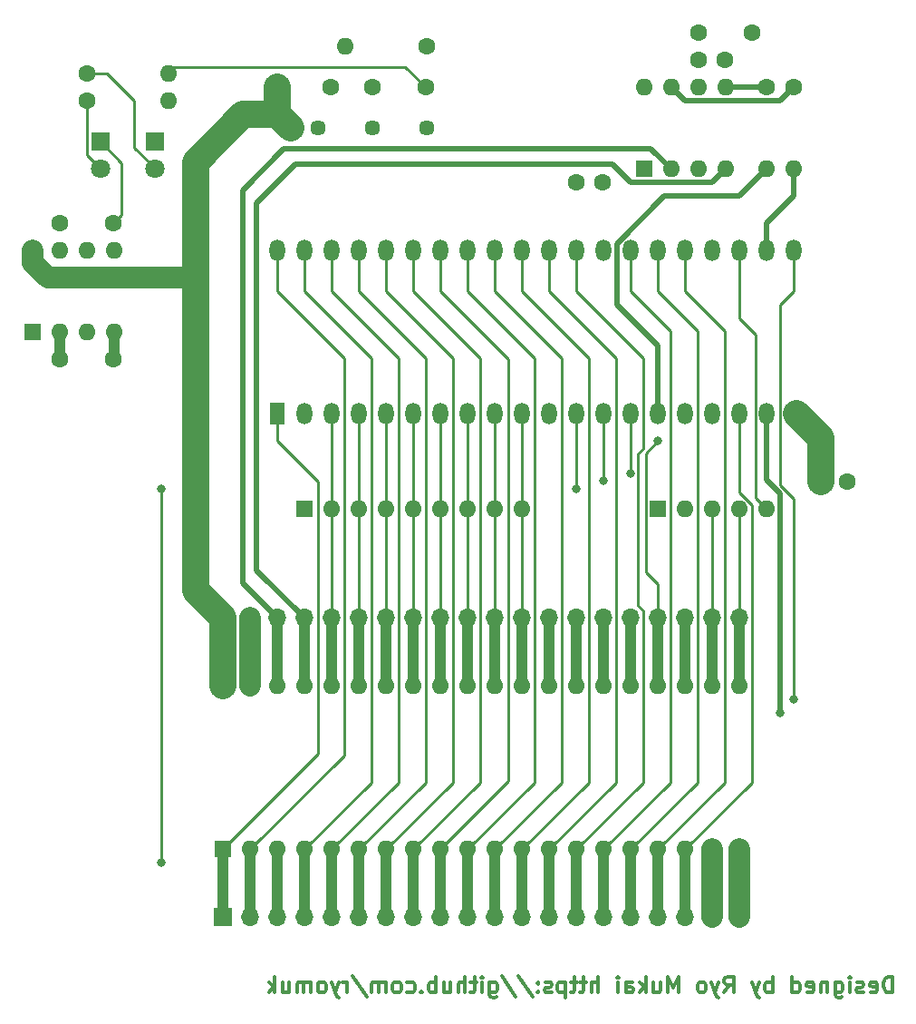
<source format=gbr>
%TF.GenerationSoftware,KiCad,Pcbnew,8.0.4*%
%TF.CreationDate,2024-08-29T15:53:48+09:00*%
%TF.ProjectId,TangNano8080MEM,54616e67-4e61-46e6-9f38-3038304d454d,rev?*%
%TF.SameCoordinates,Original*%
%TF.FileFunction,Copper,L2,Bot*%
%TF.FilePolarity,Positive*%
%FSLAX46Y46*%
G04 Gerber Fmt 4.6, Leading zero omitted, Abs format (unit mm)*
G04 Created by KiCad (PCBNEW 8.0.4) date 2024-08-29 15:53:48*
%MOMM*%
%LPD*%
G01*
G04 APERTURE LIST*
%ADD10C,0.300000*%
%TA.AperFunction,NonConductor*%
%ADD11C,0.300000*%
%TD*%
%TA.AperFunction,ComponentPad*%
%ADD12C,1.600000*%
%TD*%
%TA.AperFunction,ComponentPad*%
%ADD13O,1.600000X1.600000*%
%TD*%
%TA.AperFunction,ComponentPad*%
%ADD14R,1.800000X1.800000*%
%TD*%
%TA.AperFunction,ComponentPad*%
%ADD15C,1.800000*%
%TD*%
%TA.AperFunction,ComponentPad*%
%ADD16R,1.600000X1.600000*%
%TD*%
%TA.AperFunction,ComponentPad*%
%ADD17R,1.700000X1.700000*%
%TD*%
%TA.AperFunction,ComponentPad*%
%ADD18O,1.700000X1.700000*%
%TD*%
%TA.AperFunction,ComponentPad*%
%ADD19R,1.440000X2.000000*%
%TD*%
%TA.AperFunction,ComponentPad*%
%ADD20O,1.440000X2.000000*%
%TD*%
%TA.AperFunction,ComponentPad*%
%ADD21R,1.450000X1.450000*%
%TD*%
%TA.AperFunction,ComponentPad*%
%ADD22C,1.450000*%
%TD*%
%TA.AperFunction,ViaPad*%
%ADD23C,0.800000*%
%TD*%
%TA.AperFunction,Conductor*%
%ADD24C,0.500000*%
%TD*%
%TA.AperFunction,Conductor*%
%ADD25C,0.250000*%
%TD*%
%TA.AperFunction,Conductor*%
%ADD26C,1.000000*%
%TD*%
%TA.AperFunction,Conductor*%
%ADD27C,2.000000*%
%TD*%
%TA.AperFunction,Conductor*%
%ADD28C,2.500000*%
%TD*%
G04 APERTURE END LIST*
D10*
D11*
X87978801Y-94658328D02*
X87978801Y-93158328D01*
X87978801Y-93158328D02*
X87621658Y-93158328D01*
X87621658Y-93158328D02*
X87407372Y-93229757D01*
X87407372Y-93229757D02*
X87264515Y-93372614D01*
X87264515Y-93372614D02*
X87193086Y-93515471D01*
X87193086Y-93515471D02*
X87121658Y-93801185D01*
X87121658Y-93801185D02*
X87121658Y-94015471D01*
X87121658Y-94015471D02*
X87193086Y-94301185D01*
X87193086Y-94301185D02*
X87264515Y-94444042D01*
X87264515Y-94444042D02*
X87407372Y-94586900D01*
X87407372Y-94586900D02*
X87621658Y-94658328D01*
X87621658Y-94658328D02*
X87978801Y-94658328D01*
X85907372Y-94586900D02*
X86050229Y-94658328D01*
X86050229Y-94658328D02*
X86335944Y-94658328D01*
X86335944Y-94658328D02*
X86478801Y-94586900D01*
X86478801Y-94586900D02*
X86550229Y-94444042D01*
X86550229Y-94444042D02*
X86550229Y-93872614D01*
X86550229Y-93872614D02*
X86478801Y-93729757D01*
X86478801Y-93729757D02*
X86335944Y-93658328D01*
X86335944Y-93658328D02*
X86050229Y-93658328D01*
X86050229Y-93658328D02*
X85907372Y-93729757D01*
X85907372Y-93729757D02*
X85835944Y-93872614D01*
X85835944Y-93872614D02*
X85835944Y-94015471D01*
X85835944Y-94015471D02*
X86550229Y-94158328D01*
X85264515Y-94586900D02*
X85121658Y-94658328D01*
X85121658Y-94658328D02*
X84835944Y-94658328D01*
X84835944Y-94658328D02*
X84693087Y-94586900D01*
X84693087Y-94586900D02*
X84621658Y-94444042D01*
X84621658Y-94444042D02*
X84621658Y-94372614D01*
X84621658Y-94372614D02*
X84693087Y-94229757D01*
X84693087Y-94229757D02*
X84835944Y-94158328D01*
X84835944Y-94158328D02*
X85050230Y-94158328D01*
X85050230Y-94158328D02*
X85193087Y-94086900D01*
X85193087Y-94086900D02*
X85264515Y-93944042D01*
X85264515Y-93944042D02*
X85264515Y-93872614D01*
X85264515Y-93872614D02*
X85193087Y-93729757D01*
X85193087Y-93729757D02*
X85050230Y-93658328D01*
X85050230Y-93658328D02*
X84835944Y-93658328D01*
X84835944Y-93658328D02*
X84693087Y-93729757D01*
X83978801Y-94658328D02*
X83978801Y-93658328D01*
X83978801Y-93158328D02*
X84050229Y-93229757D01*
X84050229Y-93229757D02*
X83978801Y-93301185D01*
X83978801Y-93301185D02*
X83907372Y-93229757D01*
X83907372Y-93229757D02*
X83978801Y-93158328D01*
X83978801Y-93158328D02*
X83978801Y-93301185D01*
X82621658Y-93658328D02*
X82621658Y-94872614D01*
X82621658Y-94872614D02*
X82693086Y-95015471D01*
X82693086Y-95015471D02*
X82764515Y-95086900D01*
X82764515Y-95086900D02*
X82907372Y-95158328D01*
X82907372Y-95158328D02*
X83121658Y-95158328D01*
X83121658Y-95158328D02*
X83264515Y-95086900D01*
X82621658Y-94586900D02*
X82764515Y-94658328D01*
X82764515Y-94658328D02*
X83050229Y-94658328D01*
X83050229Y-94658328D02*
X83193086Y-94586900D01*
X83193086Y-94586900D02*
X83264515Y-94515471D01*
X83264515Y-94515471D02*
X83335943Y-94372614D01*
X83335943Y-94372614D02*
X83335943Y-93944042D01*
X83335943Y-93944042D02*
X83264515Y-93801185D01*
X83264515Y-93801185D02*
X83193086Y-93729757D01*
X83193086Y-93729757D02*
X83050229Y-93658328D01*
X83050229Y-93658328D02*
X82764515Y-93658328D01*
X82764515Y-93658328D02*
X82621658Y-93729757D01*
X81907372Y-93658328D02*
X81907372Y-94658328D01*
X81907372Y-93801185D02*
X81835943Y-93729757D01*
X81835943Y-93729757D02*
X81693086Y-93658328D01*
X81693086Y-93658328D02*
X81478800Y-93658328D01*
X81478800Y-93658328D02*
X81335943Y-93729757D01*
X81335943Y-93729757D02*
X81264515Y-93872614D01*
X81264515Y-93872614D02*
X81264515Y-94658328D01*
X79978800Y-94586900D02*
X80121657Y-94658328D01*
X80121657Y-94658328D02*
X80407372Y-94658328D01*
X80407372Y-94658328D02*
X80550229Y-94586900D01*
X80550229Y-94586900D02*
X80621657Y-94444042D01*
X80621657Y-94444042D02*
X80621657Y-93872614D01*
X80621657Y-93872614D02*
X80550229Y-93729757D01*
X80550229Y-93729757D02*
X80407372Y-93658328D01*
X80407372Y-93658328D02*
X80121657Y-93658328D01*
X80121657Y-93658328D02*
X79978800Y-93729757D01*
X79978800Y-93729757D02*
X79907372Y-93872614D01*
X79907372Y-93872614D02*
X79907372Y-94015471D01*
X79907372Y-94015471D02*
X80621657Y-94158328D01*
X78621658Y-94658328D02*
X78621658Y-93158328D01*
X78621658Y-94586900D02*
X78764515Y-94658328D01*
X78764515Y-94658328D02*
X79050229Y-94658328D01*
X79050229Y-94658328D02*
X79193086Y-94586900D01*
X79193086Y-94586900D02*
X79264515Y-94515471D01*
X79264515Y-94515471D02*
X79335943Y-94372614D01*
X79335943Y-94372614D02*
X79335943Y-93944042D01*
X79335943Y-93944042D02*
X79264515Y-93801185D01*
X79264515Y-93801185D02*
X79193086Y-93729757D01*
X79193086Y-93729757D02*
X79050229Y-93658328D01*
X79050229Y-93658328D02*
X78764515Y-93658328D01*
X78764515Y-93658328D02*
X78621658Y-93729757D01*
X76764515Y-94658328D02*
X76764515Y-93158328D01*
X76764515Y-93729757D02*
X76621658Y-93658328D01*
X76621658Y-93658328D02*
X76335943Y-93658328D01*
X76335943Y-93658328D02*
X76193086Y-93729757D01*
X76193086Y-93729757D02*
X76121658Y-93801185D01*
X76121658Y-93801185D02*
X76050229Y-93944042D01*
X76050229Y-93944042D02*
X76050229Y-94372614D01*
X76050229Y-94372614D02*
X76121658Y-94515471D01*
X76121658Y-94515471D02*
X76193086Y-94586900D01*
X76193086Y-94586900D02*
X76335943Y-94658328D01*
X76335943Y-94658328D02*
X76621658Y-94658328D01*
X76621658Y-94658328D02*
X76764515Y-94586900D01*
X75550229Y-93658328D02*
X75193086Y-94658328D01*
X74835943Y-93658328D02*
X75193086Y-94658328D01*
X75193086Y-94658328D02*
X75335943Y-95015471D01*
X75335943Y-95015471D02*
X75407372Y-95086900D01*
X75407372Y-95086900D02*
X75550229Y-95158328D01*
X72264515Y-94658328D02*
X72764515Y-93944042D01*
X73121658Y-94658328D02*
X73121658Y-93158328D01*
X73121658Y-93158328D02*
X72550229Y-93158328D01*
X72550229Y-93158328D02*
X72407372Y-93229757D01*
X72407372Y-93229757D02*
X72335943Y-93301185D01*
X72335943Y-93301185D02*
X72264515Y-93444042D01*
X72264515Y-93444042D02*
X72264515Y-93658328D01*
X72264515Y-93658328D02*
X72335943Y-93801185D01*
X72335943Y-93801185D02*
X72407372Y-93872614D01*
X72407372Y-93872614D02*
X72550229Y-93944042D01*
X72550229Y-93944042D02*
X73121658Y-93944042D01*
X71764515Y-93658328D02*
X71407372Y-94658328D01*
X71050229Y-93658328D02*
X71407372Y-94658328D01*
X71407372Y-94658328D02*
X71550229Y-95015471D01*
X71550229Y-95015471D02*
X71621658Y-95086900D01*
X71621658Y-95086900D02*
X71764515Y-95158328D01*
X70264515Y-94658328D02*
X70407372Y-94586900D01*
X70407372Y-94586900D02*
X70478801Y-94515471D01*
X70478801Y-94515471D02*
X70550229Y-94372614D01*
X70550229Y-94372614D02*
X70550229Y-93944042D01*
X70550229Y-93944042D02*
X70478801Y-93801185D01*
X70478801Y-93801185D02*
X70407372Y-93729757D01*
X70407372Y-93729757D02*
X70264515Y-93658328D01*
X70264515Y-93658328D02*
X70050229Y-93658328D01*
X70050229Y-93658328D02*
X69907372Y-93729757D01*
X69907372Y-93729757D02*
X69835944Y-93801185D01*
X69835944Y-93801185D02*
X69764515Y-93944042D01*
X69764515Y-93944042D02*
X69764515Y-94372614D01*
X69764515Y-94372614D02*
X69835944Y-94515471D01*
X69835944Y-94515471D02*
X69907372Y-94586900D01*
X69907372Y-94586900D02*
X70050229Y-94658328D01*
X70050229Y-94658328D02*
X70264515Y-94658328D01*
X67978801Y-94658328D02*
X67978801Y-93158328D01*
X67978801Y-93158328D02*
X67478801Y-94229757D01*
X67478801Y-94229757D02*
X66978801Y-93158328D01*
X66978801Y-93158328D02*
X66978801Y-94658328D01*
X65621658Y-93658328D02*
X65621658Y-94658328D01*
X66264515Y-93658328D02*
X66264515Y-94444042D01*
X66264515Y-94444042D02*
X66193086Y-94586900D01*
X66193086Y-94586900D02*
X66050229Y-94658328D01*
X66050229Y-94658328D02*
X65835943Y-94658328D01*
X65835943Y-94658328D02*
X65693086Y-94586900D01*
X65693086Y-94586900D02*
X65621658Y-94515471D01*
X64907372Y-94658328D02*
X64907372Y-93158328D01*
X64764515Y-94086900D02*
X64335943Y-94658328D01*
X64335943Y-93658328D02*
X64907372Y-94229757D01*
X63050229Y-94658328D02*
X63050229Y-93872614D01*
X63050229Y-93872614D02*
X63121657Y-93729757D01*
X63121657Y-93729757D02*
X63264514Y-93658328D01*
X63264514Y-93658328D02*
X63550229Y-93658328D01*
X63550229Y-93658328D02*
X63693086Y-93729757D01*
X63050229Y-94586900D02*
X63193086Y-94658328D01*
X63193086Y-94658328D02*
X63550229Y-94658328D01*
X63550229Y-94658328D02*
X63693086Y-94586900D01*
X63693086Y-94586900D02*
X63764514Y-94444042D01*
X63764514Y-94444042D02*
X63764514Y-94301185D01*
X63764514Y-94301185D02*
X63693086Y-94158328D01*
X63693086Y-94158328D02*
X63550229Y-94086900D01*
X63550229Y-94086900D02*
X63193086Y-94086900D01*
X63193086Y-94086900D02*
X63050229Y-94015471D01*
X62335943Y-94658328D02*
X62335943Y-93658328D01*
X62335943Y-93158328D02*
X62407371Y-93229757D01*
X62407371Y-93229757D02*
X62335943Y-93301185D01*
X62335943Y-93301185D02*
X62264514Y-93229757D01*
X62264514Y-93229757D02*
X62335943Y-93158328D01*
X62335943Y-93158328D02*
X62335943Y-93301185D01*
X60478800Y-94658328D02*
X60478800Y-93158328D01*
X59835943Y-94658328D02*
X59835943Y-93872614D01*
X59835943Y-93872614D02*
X59907371Y-93729757D01*
X59907371Y-93729757D02*
X60050228Y-93658328D01*
X60050228Y-93658328D02*
X60264514Y-93658328D01*
X60264514Y-93658328D02*
X60407371Y-93729757D01*
X60407371Y-93729757D02*
X60478800Y-93801185D01*
X59335942Y-93658328D02*
X58764514Y-93658328D01*
X59121657Y-93158328D02*
X59121657Y-94444042D01*
X59121657Y-94444042D02*
X59050228Y-94586900D01*
X59050228Y-94586900D02*
X58907371Y-94658328D01*
X58907371Y-94658328D02*
X58764514Y-94658328D01*
X58478799Y-93658328D02*
X57907371Y-93658328D01*
X58264514Y-93158328D02*
X58264514Y-94444042D01*
X58264514Y-94444042D02*
X58193085Y-94586900D01*
X58193085Y-94586900D02*
X58050228Y-94658328D01*
X58050228Y-94658328D02*
X57907371Y-94658328D01*
X57407371Y-93658328D02*
X57407371Y-95158328D01*
X57407371Y-93729757D02*
X57264514Y-93658328D01*
X57264514Y-93658328D02*
X56978799Y-93658328D01*
X56978799Y-93658328D02*
X56835942Y-93729757D01*
X56835942Y-93729757D02*
X56764514Y-93801185D01*
X56764514Y-93801185D02*
X56693085Y-93944042D01*
X56693085Y-93944042D02*
X56693085Y-94372614D01*
X56693085Y-94372614D02*
X56764514Y-94515471D01*
X56764514Y-94515471D02*
X56835942Y-94586900D01*
X56835942Y-94586900D02*
X56978799Y-94658328D01*
X56978799Y-94658328D02*
X57264514Y-94658328D01*
X57264514Y-94658328D02*
X57407371Y-94586900D01*
X56121656Y-94586900D02*
X55978799Y-94658328D01*
X55978799Y-94658328D02*
X55693085Y-94658328D01*
X55693085Y-94658328D02*
X55550228Y-94586900D01*
X55550228Y-94586900D02*
X55478799Y-94444042D01*
X55478799Y-94444042D02*
X55478799Y-94372614D01*
X55478799Y-94372614D02*
X55550228Y-94229757D01*
X55550228Y-94229757D02*
X55693085Y-94158328D01*
X55693085Y-94158328D02*
X55907371Y-94158328D01*
X55907371Y-94158328D02*
X56050228Y-94086900D01*
X56050228Y-94086900D02*
X56121656Y-93944042D01*
X56121656Y-93944042D02*
X56121656Y-93872614D01*
X56121656Y-93872614D02*
X56050228Y-93729757D01*
X56050228Y-93729757D02*
X55907371Y-93658328D01*
X55907371Y-93658328D02*
X55693085Y-93658328D01*
X55693085Y-93658328D02*
X55550228Y-93729757D01*
X54835942Y-94515471D02*
X54764513Y-94586900D01*
X54764513Y-94586900D02*
X54835942Y-94658328D01*
X54835942Y-94658328D02*
X54907370Y-94586900D01*
X54907370Y-94586900D02*
X54835942Y-94515471D01*
X54835942Y-94515471D02*
X54835942Y-94658328D01*
X54835942Y-93729757D02*
X54764513Y-93801185D01*
X54764513Y-93801185D02*
X54835942Y-93872614D01*
X54835942Y-93872614D02*
X54907370Y-93801185D01*
X54907370Y-93801185D02*
X54835942Y-93729757D01*
X54835942Y-93729757D02*
X54835942Y-93872614D01*
X53050227Y-93086900D02*
X54335941Y-95015471D01*
X51478798Y-93086900D02*
X52764512Y-95015471D01*
X50335941Y-93658328D02*
X50335941Y-94872614D01*
X50335941Y-94872614D02*
X50407369Y-95015471D01*
X50407369Y-95015471D02*
X50478798Y-95086900D01*
X50478798Y-95086900D02*
X50621655Y-95158328D01*
X50621655Y-95158328D02*
X50835941Y-95158328D01*
X50835941Y-95158328D02*
X50978798Y-95086900D01*
X50335941Y-94586900D02*
X50478798Y-94658328D01*
X50478798Y-94658328D02*
X50764512Y-94658328D01*
X50764512Y-94658328D02*
X50907369Y-94586900D01*
X50907369Y-94586900D02*
X50978798Y-94515471D01*
X50978798Y-94515471D02*
X51050226Y-94372614D01*
X51050226Y-94372614D02*
X51050226Y-93944042D01*
X51050226Y-93944042D02*
X50978798Y-93801185D01*
X50978798Y-93801185D02*
X50907369Y-93729757D01*
X50907369Y-93729757D02*
X50764512Y-93658328D01*
X50764512Y-93658328D02*
X50478798Y-93658328D01*
X50478798Y-93658328D02*
X50335941Y-93729757D01*
X49621655Y-94658328D02*
X49621655Y-93658328D01*
X49621655Y-93158328D02*
X49693083Y-93229757D01*
X49693083Y-93229757D02*
X49621655Y-93301185D01*
X49621655Y-93301185D02*
X49550226Y-93229757D01*
X49550226Y-93229757D02*
X49621655Y-93158328D01*
X49621655Y-93158328D02*
X49621655Y-93301185D01*
X49121654Y-93658328D02*
X48550226Y-93658328D01*
X48907369Y-93158328D02*
X48907369Y-94444042D01*
X48907369Y-94444042D02*
X48835940Y-94586900D01*
X48835940Y-94586900D02*
X48693083Y-94658328D01*
X48693083Y-94658328D02*
X48550226Y-94658328D01*
X48050226Y-94658328D02*
X48050226Y-93158328D01*
X47407369Y-94658328D02*
X47407369Y-93872614D01*
X47407369Y-93872614D02*
X47478797Y-93729757D01*
X47478797Y-93729757D02*
X47621654Y-93658328D01*
X47621654Y-93658328D02*
X47835940Y-93658328D01*
X47835940Y-93658328D02*
X47978797Y-93729757D01*
X47978797Y-93729757D02*
X48050226Y-93801185D01*
X46050226Y-93658328D02*
X46050226Y-94658328D01*
X46693083Y-93658328D02*
X46693083Y-94444042D01*
X46693083Y-94444042D02*
X46621654Y-94586900D01*
X46621654Y-94586900D02*
X46478797Y-94658328D01*
X46478797Y-94658328D02*
X46264511Y-94658328D01*
X46264511Y-94658328D02*
X46121654Y-94586900D01*
X46121654Y-94586900D02*
X46050226Y-94515471D01*
X45335940Y-94658328D02*
X45335940Y-93158328D01*
X45335940Y-93729757D02*
X45193083Y-93658328D01*
X45193083Y-93658328D02*
X44907368Y-93658328D01*
X44907368Y-93658328D02*
X44764511Y-93729757D01*
X44764511Y-93729757D02*
X44693083Y-93801185D01*
X44693083Y-93801185D02*
X44621654Y-93944042D01*
X44621654Y-93944042D02*
X44621654Y-94372614D01*
X44621654Y-94372614D02*
X44693083Y-94515471D01*
X44693083Y-94515471D02*
X44764511Y-94586900D01*
X44764511Y-94586900D02*
X44907368Y-94658328D01*
X44907368Y-94658328D02*
X45193083Y-94658328D01*
X45193083Y-94658328D02*
X45335940Y-94586900D01*
X43978797Y-94515471D02*
X43907368Y-94586900D01*
X43907368Y-94586900D02*
X43978797Y-94658328D01*
X43978797Y-94658328D02*
X44050225Y-94586900D01*
X44050225Y-94586900D02*
X43978797Y-94515471D01*
X43978797Y-94515471D02*
X43978797Y-94658328D01*
X42621654Y-94586900D02*
X42764511Y-94658328D01*
X42764511Y-94658328D02*
X43050225Y-94658328D01*
X43050225Y-94658328D02*
X43193082Y-94586900D01*
X43193082Y-94586900D02*
X43264511Y-94515471D01*
X43264511Y-94515471D02*
X43335939Y-94372614D01*
X43335939Y-94372614D02*
X43335939Y-93944042D01*
X43335939Y-93944042D02*
X43264511Y-93801185D01*
X43264511Y-93801185D02*
X43193082Y-93729757D01*
X43193082Y-93729757D02*
X43050225Y-93658328D01*
X43050225Y-93658328D02*
X42764511Y-93658328D01*
X42764511Y-93658328D02*
X42621654Y-93729757D01*
X41764511Y-94658328D02*
X41907368Y-94586900D01*
X41907368Y-94586900D02*
X41978797Y-94515471D01*
X41978797Y-94515471D02*
X42050225Y-94372614D01*
X42050225Y-94372614D02*
X42050225Y-93944042D01*
X42050225Y-93944042D02*
X41978797Y-93801185D01*
X41978797Y-93801185D02*
X41907368Y-93729757D01*
X41907368Y-93729757D02*
X41764511Y-93658328D01*
X41764511Y-93658328D02*
X41550225Y-93658328D01*
X41550225Y-93658328D02*
X41407368Y-93729757D01*
X41407368Y-93729757D02*
X41335940Y-93801185D01*
X41335940Y-93801185D02*
X41264511Y-93944042D01*
X41264511Y-93944042D02*
X41264511Y-94372614D01*
X41264511Y-94372614D02*
X41335940Y-94515471D01*
X41335940Y-94515471D02*
X41407368Y-94586900D01*
X41407368Y-94586900D02*
X41550225Y-94658328D01*
X41550225Y-94658328D02*
X41764511Y-94658328D01*
X40621654Y-94658328D02*
X40621654Y-93658328D01*
X40621654Y-93801185D02*
X40550225Y-93729757D01*
X40550225Y-93729757D02*
X40407368Y-93658328D01*
X40407368Y-93658328D02*
X40193082Y-93658328D01*
X40193082Y-93658328D02*
X40050225Y-93729757D01*
X40050225Y-93729757D02*
X39978797Y-93872614D01*
X39978797Y-93872614D02*
X39978797Y-94658328D01*
X39978797Y-93872614D02*
X39907368Y-93729757D01*
X39907368Y-93729757D02*
X39764511Y-93658328D01*
X39764511Y-93658328D02*
X39550225Y-93658328D01*
X39550225Y-93658328D02*
X39407368Y-93729757D01*
X39407368Y-93729757D02*
X39335939Y-93872614D01*
X39335939Y-93872614D02*
X39335939Y-94658328D01*
X37550225Y-93086900D02*
X38835939Y-95015471D01*
X37050225Y-94658328D02*
X37050225Y-93658328D01*
X37050225Y-93944042D02*
X36978796Y-93801185D01*
X36978796Y-93801185D02*
X36907368Y-93729757D01*
X36907368Y-93729757D02*
X36764510Y-93658328D01*
X36764510Y-93658328D02*
X36621653Y-93658328D01*
X36264511Y-93658328D02*
X35907368Y-94658328D01*
X35550225Y-93658328D02*
X35907368Y-94658328D01*
X35907368Y-94658328D02*
X36050225Y-95015471D01*
X36050225Y-95015471D02*
X36121654Y-95086900D01*
X36121654Y-95086900D02*
X36264511Y-95158328D01*
X34764511Y-94658328D02*
X34907368Y-94586900D01*
X34907368Y-94586900D02*
X34978797Y-94515471D01*
X34978797Y-94515471D02*
X35050225Y-94372614D01*
X35050225Y-94372614D02*
X35050225Y-93944042D01*
X35050225Y-93944042D02*
X34978797Y-93801185D01*
X34978797Y-93801185D02*
X34907368Y-93729757D01*
X34907368Y-93729757D02*
X34764511Y-93658328D01*
X34764511Y-93658328D02*
X34550225Y-93658328D01*
X34550225Y-93658328D02*
X34407368Y-93729757D01*
X34407368Y-93729757D02*
X34335940Y-93801185D01*
X34335940Y-93801185D02*
X34264511Y-93944042D01*
X34264511Y-93944042D02*
X34264511Y-94372614D01*
X34264511Y-94372614D02*
X34335940Y-94515471D01*
X34335940Y-94515471D02*
X34407368Y-94586900D01*
X34407368Y-94586900D02*
X34550225Y-94658328D01*
X34550225Y-94658328D02*
X34764511Y-94658328D01*
X33621654Y-94658328D02*
X33621654Y-93658328D01*
X33621654Y-93801185D02*
X33550225Y-93729757D01*
X33550225Y-93729757D02*
X33407368Y-93658328D01*
X33407368Y-93658328D02*
X33193082Y-93658328D01*
X33193082Y-93658328D02*
X33050225Y-93729757D01*
X33050225Y-93729757D02*
X32978797Y-93872614D01*
X32978797Y-93872614D02*
X32978797Y-94658328D01*
X32978797Y-93872614D02*
X32907368Y-93729757D01*
X32907368Y-93729757D02*
X32764511Y-93658328D01*
X32764511Y-93658328D02*
X32550225Y-93658328D01*
X32550225Y-93658328D02*
X32407368Y-93729757D01*
X32407368Y-93729757D02*
X32335939Y-93872614D01*
X32335939Y-93872614D02*
X32335939Y-94658328D01*
X30978797Y-93658328D02*
X30978797Y-94658328D01*
X31621654Y-93658328D02*
X31621654Y-94444042D01*
X31621654Y-94444042D02*
X31550225Y-94586900D01*
X31550225Y-94586900D02*
X31407368Y-94658328D01*
X31407368Y-94658328D02*
X31193082Y-94658328D01*
X31193082Y-94658328D02*
X31050225Y-94586900D01*
X31050225Y-94586900D02*
X30978797Y-94515471D01*
X30264511Y-94658328D02*
X30264511Y-93158328D01*
X30121654Y-94086900D02*
X29693082Y-94658328D01*
X29693082Y-93658328D02*
X30264511Y-94229757D01*
D12*
%TO.P,R3,1*%
%TO.N,Net-(D2-A)*%
X12700000Y-11430000D03*
D13*
%TO.P,R3,2*%
%TO.N,GND*%
X20320000Y-11430000D03*
%TD*%
D14*
%TO.P,D2,1,K*%
%TO.N,-5V*%
X13970000Y-15240000D03*
D15*
%TO.P,D2,2,A*%
%TO.N,Net-(D2-A)*%
X13970000Y-17780000D03*
%TD*%
D12*
%TO.P,C5,1*%
%TO.N,+12V*%
X69850000Y-7620000D03*
%TO.P,C5,2*%
%TO.N,GND*%
X72350000Y-7620000D03*
%TD*%
%TO.P,C8,1*%
%TO.N,+12V*%
X60920000Y-19050000D03*
%TO.P,C8,2*%
%TO.N,GND*%
X58420000Y-19050000D03*
%TD*%
%TO.P,C6,1*%
%TO.N,+12V*%
X69850000Y-5080000D03*
%TO.P,C6,2*%
%TO.N,GND*%
X74850000Y-5080000D03*
%TD*%
D13*
%TO.P,R4,2*%
%TO.N,Net-(U2-\u03D51)*%
X78740000Y-17780000D03*
D12*
%TO.P,R4,1*%
%TO.N,Net-(U1-OUTA)*%
X78740000Y-10160000D03*
%TD*%
%TO.P,R2,1*%
%TO.N,Net-(D1-A)*%
X12700000Y-8890000D03*
D13*
%TO.P,R2,2*%
%TO.N,+12V*%
X20320000Y-8890000D03*
%TD*%
D16*
%TO.P,PS2,1,NC*%
%TO.N,unconnected-(PS2-NC-Pad1)*%
X7620000Y-33020000D03*
D13*
%TO.P,PS2,2,CAP+*%
%TO.N,Net-(PS2-CAP+)*%
X10160000Y-33020000D03*
%TO.P,PS2,3,GND*%
%TO.N,GND*%
X12700000Y-33020000D03*
%TO.P,PS2,4,CAP-*%
%TO.N,Net-(PS2-CAP-)*%
X15240000Y-33020000D03*
%TO.P,PS2,5,VOUT*%
%TO.N,-5V*%
X15240000Y-25400000D03*
%TO.P,PS2,6,LV*%
%TO.N,unconnected-(PS2-LV-Pad6)*%
X12700000Y-25400000D03*
%TO.P,PS2,7,OSC*%
%TO.N,unconnected-(PS2-OSC-Pad7)*%
X10160000Y-25400000D03*
%TO.P,PS2,8,V+*%
%TO.N,+5V*%
X7620000Y-25400000D03*
%TD*%
D12*
%TO.P,C2,1*%
%TO.N,+12V*%
X44370000Y-10160000D03*
%TO.P,C2,2*%
%TO.N,GND*%
X39370000Y-10160000D03*
%TD*%
D17*
%TO.P,J2,1,Pin_1*%
%TO.N,A10*%
X25400000Y-87630000D03*
D18*
%TO.P,J2,2,Pin_2*%
%TO.N,A11*%
X27940000Y-87630000D03*
%TO.P,J2,3,Pin_3*%
%TO.N,RESET*%
X30480000Y-87630000D03*
%TO.P,J2,4,Pin_4*%
%TO.N,A14*%
X33020000Y-87630000D03*
%TO.P,J2,5,Pin_5*%
%TO.N,A13*%
X35560000Y-87630000D03*
%TO.P,J2,6,Pin_6*%
%TO.N,A12*%
X38100000Y-87630000D03*
%TO.P,J2,7,Pin_7*%
%TO.N,A15*%
X40640000Y-87630000D03*
%TO.P,J2,8,Pin_8*%
%TO.N,A9*%
X43180000Y-87630000D03*
%TO.P,J2,9,Pin_9*%
%TO.N,A8*%
X45720000Y-87630000D03*
%TO.P,J2,10,Pin_10*%
%TO.N,A7*%
X48260000Y-87630000D03*
%TO.P,J2,11,Pin_11*%
%TO.N,A6*%
X50800000Y-87630000D03*
%TO.P,J2,12,Pin_12*%
%TO.N,A5*%
X53340000Y-87630000D03*
%TO.P,J2,13,Pin_13*%
%TO.N,A4*%
X55880000Y-87630000D03*
%TO.P,J2,14,Pin_14*%
%TO.N,A3*%
X58420000Y-87630000D03*
%TO.P,J2,15,Pin_15*%
%TO.N,A2*%
X60960000Y-87630000D03*
%TO.P,J2,16,Pin_16*%
%TO.N,A1*%
X63500000Y-87630000D03*
%TO.P,J2,17,Pin_17*%
%TO.N,A0*%
X66040000Y-87630000D03*
%TO.P,J2,18,Pin_18*%
%TO.N,WR_n*%
X68580000Y-87630000D03*
%TO.P,J2,19,Pin_19*%
%TO.N,3V3a*%
X71120000Y-87630000D03*
%TO.P,J2,20,Pin_20*%
%TO.N,GND*%
X73660000Y-87630000D03*
%TD*%
D16*
%TO.P,U1,1,NC*%
%TO.N,unconnected-(U1-NC-Pad1)*%
X64770000Y-17780000D03*
D13*
%TO.P,U1,2,INA*%
%TO.N,CLK1*%
X67310000Y-17780000D03*
%TO.P,U1,3,GND*%
%TO.N,GND*%
X69850000Y-17780000D03*
%TO.P,U1,4,INB*%
%TO.N,CLK2*%
X72390000Y-17780000D03*
%TO.P,U1,5,OUTB*%
%TO.N,Net-(U1-OUTB)*%
X72390000Y-10160000D03*
%TO.P,U1,6,Vs*%
%TO.N,+12V*%
X69850000Y-10160000D03*
%TO.P,U1,7,OUTA*%
%TO.N,Net-(U1-OUTA)*%
X67310000Y-10160000D03*
%TO.P,U1,8,NC*%
%TO.N,unconnected-(U1-NC-Pad8)*%
X64770000Y-10160000D03*
%TD*%
D19*
%TO.P,U2,1,A10*%
%TO.N,A10*%
X30480000Y-40640000D03*
D20*
%TO.P,U2,2,GND*%
%TO.N,GND*%
X33020000Y-40640000D03*
%TO.P,U2,3,D4*%
%TO.N,D4*%
X35560000Y-40640000D03*
%TO.P,U2,4,D5*%
%TO.N,D5*%
X38100000Y-40640000D03*
%TO.P,U2,5,D6*%
%TO.N,D6*%
X40640000Y-40640000D03*
%TO.P,U2,6,D7*%
%TO.N,D7*%
X43180000Y-40640000D03*
%TO.P,U2,7,D3*%
%TO.N,D3*%
X45720000Y-40640000D03*
%TO.P,U2,8,D2*%
%TO.N,D2*%
X48260000Y-40640000D03*
%TO.P,U2,9,D1*%
%TO.N,D1*%
X50800000Y-40640000D03*
%TO.P,U2,10,D0*%
%TO.N,D0*%
X53340000Y-40640000D03*
%TO.P,U2,11,-5V*%
%TO.N,-5V*%
X55880000Y-40640000D03*
%TO.P,U2,12,RESET*%
%TO.N,RESET*%
X58420000Y-40640000D03*
%TO.P,U2,13,HOLD*%
%TO.N,HOLD*%
X60960000Y-40640000D03*
%TO.P,U2,14,INT*%
%TO.N,INT*%
X63500000Y-40640000D03*
%TO.P,U2,15,\u03D52*%
%TO.N,Net-(U2-\u03D52)*%
X66040000Y-40640000D03*
%TO.P,U2,16,INTE*%
%TO.N,unconnected-(U2-INTE-Pad16)*%
X68580000Y-40640000D03*
%TO.P,U2,17,DBIN*%
%TO.N,DBIN*%
X71120000Y-40640000D03*
%TO.P,U2,18,~{WR}*%
%TO.N,WR_n*%
X73660000Y-40640000D03*
%TO.P,U2,19,SYNC*%
%TO.N,SYNC*%
X76200000Y-40640000D03*
%TO.P,U2,20,+5V*%
%TO.N,+5V*%
X78740000Y-40640000D03*
%TO.P,U2,21,HLDA*%
%TO.N,HLDA*%
X78740000Y-25400000D03*
%TO.P,U2,22,\u03D51*%
%TO.N,Net-(U2-\u03D51)*%
X76200000Y-25400000D03*
%TO.P,U2,23,READY*%
%TO.N,READY*%
X73660000Y-25400000D03*
%TO.P,U2,24,WAIT*%
%TO.N,unconnected-(U2-WAIT-Pad24)*%
X71120000Y-25400000D03*
%TO.P,U2,25,A0*%
%TO.N,A0*%
X68580000Y-25400000D03*
%TO.P,U2,26,A1*%
%TO.N,A1*%
X66040000Y-25400000D03*
%TO.P,U2,27,A2*%
%TO.N,A2*%
X63500000Y-25400000D03*
%TO.P,U2,28,+12V*%
%TO.N,+12V*%
X60960000Y-25400000D03*
%TO.P,U2,29,A3*%
%TO.N,A3*%
X58420000Y-25400000D03*
%TO.P,U2,30,A4*%
%TO.N,A4*%
X55880000Y-25400000D03*
%TO.P,U2,31,A5*%
%TO.N,A5*%
X53340000Y-25400000D03*
%TO.P,U2,32,A6*%
%TO.N,A6*%
X50800000Y-25400000D03*
%TO.P,U2,33,A7*%
%TO.N,A7*%
X48260000Y-25400000D03*
%TO.P,U2,34,A8*%
%TO.N,A8*%
X45720000Y-25400000D03*
%TO.P,U2,35,A9*%
%TO.N,A9*%
X43180000Y-25400000D03*
%TO.P,U2,36,A15*%
%TO.N,A15*%
X40640000Y-25400000D03*
%TO.P,U2,37,A12*%
%TO.N,A12*%
X38100000Y-25400000D03*
%TO.P,U2,38,A13*%
%TO.N,A13*%
X35560000Y-25400000D03*
%TO.P,U2,39,A14*%
%TO.N,A14*%
X33020000Y-25400000D03*
%TO.P,U2,40,A11*%
%TO.N,A11*%
X30480000Y-25400000D03*
%TD*%
D16*
%TO.P,J1,1,Pin_1*%
%TO.N,A10*%
X25400000Y-81280000D03*
D13*
%TO.P,J1,2,Pin_2*%
%TO.N,A11*%
X27940000Y-81280000D03*
%TO.P,J1,3,Pin_3*%
%TO.N,RESET*%
X30480000Y-81280000D03*
%TO.P,J1,4,Pin_4*%
%TO.N,A14*%
X33020000Y-81280000D03*
%TO.P,J1,5,Pin_5*%
%TO.N,A13*%
X35560000Y-81280000D03*
%TO.P,J1,6,Pin_6*%
%TO.N,A12*%
X38100000Y-81280000D03*
%TO.P,J1,7,Pin_7*%
%TO.N,A15*%
X40640000Y-81280000D03*
%TO.P,J1,8,Pin_8*%
%TO.N,A9*%
X43180000Y-81280000D03*
%TO.P,J1,9,Pin_9*%
%TO.N,A8*%
X45720000Y-81280000D03*
%TO.P,J1,10,Pin_10*%
%TO.N,A7*%
X48260000Y-81280000D03*
%TO.P,J1,11,Pin_11*%
%TO.N,A6*%
X50800000Y-81280000D03*
%TO.P,J1,12,Pin_12*%
%TO.N,A5*%
X53340000Y-81280000D03*
%TO.P,J1,13,Pin_13*%
%TO.N,A4*%
X55880000Y-81280000D03*
%TO.P,J1,14,Pin_14*%
%TO.N,A3*%
X58420000Y-81280000D03*
%TO.P,J1,15,Pin_15*%
%TO.N,A2*%
X60960000Y-81280000D03*
%TO.P,J1,16,Pin_16*%
%TO.N,A1*%
X63500000Y-81280000D03*
%TO.P,J1,17,Pin_17*%
%TO.N,A0*%
X66040000Y-81280000D03*
%TO.P,J1,18,Pin_18*%
%TO.N,WR_n*%
X68580000Y-81280000D03*
%TO.P,J1,19,Pin_19*%
%TO.N,3V3a*%
X71120000Y-81280000D03*
%TO.P,J1,20,Pin_20*%
%TO.N,GND*%
X73660000Y-81280000D03*
%TO.P,J1,21,Pin_21*%
%TO.N,INT*%
X73660000Y-66040000D03*
%TO.P,J1,22,Pin_22*%
%TO.N,HOLD*%
X71120000Y-66040000D03*
%TO.P,J1,23,Pin_23*%
%TO.N,HLDA*%
X68580000Y-66040000D03*
%TO.P,J1,24,Pin_24*%
%TO.N,DBIN*%
X66040000Y-66040000D03*
%TO.P,J1,25,Pin_25*%
%TO.N,3V3b*%
X63500000Y-66040000D03*
%TO.P,J1,26,Pin_26*%
%TO.N,GND*%
X60960000Y-66040000D03*
%TO.P,J1,27,Pin_27*%
%TO.N,LED_RGB*%
X58420000Y-66040000D03*
%TO.P,J1,28,Pin_28*%
%TO.N,SYNC*%
X55880000Y-66040000D03*
%TO.P,J1,29,Pin_29*%
%TO.N,D0*%
X53340000Y-66040000D03*
%TO.P,J1,30,Pin_30*%
%TO.N,D1*%
X50800000Y-66040000D03*
%TO.P,J1,31,Pin_31*%
%TO.N,D2*%
X48260000Y-66040000D03*
%TO.P,J1,32,Pin_32*%
%TO.N,D3*%
X45720000Y-66040000D03*
%TO.P,J1,33,Pin_33*%
%TO.N,D7*%
X43180000Y-66040000D03*
%TO.P,J1,34,Pin_34*%
%TO.N,D6*%
X40640000Y-66040000D03*
%TO.P,J1,35,Pin_35*%
%TO.N,D5*%
X38100000Y-66040000D03*
%TO.P,J1,36,Pin_36*%
%TO.N,D4*%
X35560000Y-66040000D03*
%TO.P,J1,37,Pin_37*%
%TO.N,CLK2*%
X33020000Y-66040000D03*
%TO.P,J1,38,Pin_38*%
%TO.N,CLK1*%
X30480000Y-66040000D03*
%TO.P,J1,39,Pin_39*%
%TO.N,GND*%
X27940000Y-66040000D03*
%TO.P,J1,40,Pin_40*%
%TO.N,+5V*%
X25400000Y-66040000D03*
%TD*%
D14*
%TO.P,D1,1,K*%
%TO.N,GND*%
X19050000Y-15240000D03*
D15*
%TO.P,D1,2,A*%
%TO.N,Net-(D1-A)*%
X19050000Y-17780000D03*
%TD*%
D16*
%TO.P,RN2,1,common*%
%TO.N,+5V*%
X66040000Y-49530000D03*
D13*
%TO.P,RN2,2,R1*%
%TO.N,RESET*%
X68580000Y-49530000D03*
%TO.P,RN2,3,R2*%
%TO.N,HOLD*%
X71120000Y-49530000D03*
%TO.P,RN2,4,R3*%
%TO.N,INT*%
X73660000Y-49530000D03*
%TO.P,RN2,5,R4*%
%TO.N,READY*%
X76200000Y-49530000D03*
%TD*%
D16*
%TO.P,RN1,1,common*%
%TO.N,+5V*%
X33020000Y-49530000D03*
D13*
%TO.P,RN1,2,R1*%
%TO.N,D4*%
X35560000Y-49530000D03*
%TO.P,RN1,3,R2*%
%TO.N,D5*%
X38100000Y-49530000D03*
%TO.P,RN1,4,R3*%
%TO.N,D6*%
X40640000Y-49530000D03*
%TO.P,RN1,5,R4*%
%TO.N,D7*%
X43180000Y-49530000D03*
%TO.P,RN1,6,R5*%
%TO.N,D3*%
X45720000Y-49530000D03*
%TO.P,RN1,7,R6*%
%TO.N,D2*%
X48260000Y-49530000D03*
%TO.P,RN1,8,R7*%
%TO.N,D1*%
X50800000Y-49530000D03*
%TO.P,RN1,9,R8*%
%TO.N,D0*%
X53340000Y-49530000D03*
%TD*%
D12*
%TO.P,R5,1*%
%TO.N,Net-(U1-OUTB)*%
X76200000Y-10160000D03*
D13*
%TO.P,R5,2*%
%TO.N,Net-(U2-\u03D52)*%
X76200000Y-17780000D03*
%TD*%
D12*
%TO.P,C3,1*%
%TO.N,Net-(PS2-CAP+)*%
X10160000Y-35560000D03*
%TO.P,C3,2*%
%TO.N,Net-(PS2-CAP-)*%
X15160000Y-35560000D03*
%TD*%
%TO.P,C1,1*%
%TO.N,+5V*%
X30480000Y-10160000D03*
%TO.P,C1,2*%
%TO.N,GND*%
X35480000Y-10160000D03*
%TD*%
D21*
%TO.P,PS1,1,+VIN*%
%TO.N,+5V*%
X31750000Y-13970000D03*
D22*
%TO.P,PS1,2,-VIN*%
%TO.N,GND*%
X34290000Y-13970000D03*
%TO.P,PS1,4,-VOUT*%
X39370000Y-13970000D03*
%TO.P,PS1,6,+VOUT*%
%TO.N,+12V*%
X44450000Y-13970000D03*
%TD*%
D12*
%TO.P,C7,1*%
%TO.N,+5V*%
X81280000Y-46990000D03*
%TO.P,C7,2*%
%TO.N,GND*%
X83780000Y-46990000D03*
%TD*%
D17*
%TO.P,J3,1,Pin_1*%
%TO.N,+5V*%
X25400000Y-59690000D03*
D18*
%TO.P,J3,2,Pin_2*%
%TO.N,GND*%
X27940000Y-59690000D03*
%TO.P,J3,3,Pin_3*%
%TO.N,CLK1*%
X30480000Y-59690000D03*
%TO.P,J3,4,Pin_4*%
%TO.N,CLK2*%
X33020000Y-59690000D03*
%TO.P,J3,5,Pin_5*%
%TO.N,D4*%
X35560000Y-59690000D03*
%TO.P,J3,6,Pin_6*%
%TO.N,D5*%
X38100000Y-59690000D03*
%TO.P,J3,7,Pin_7*%
%TO.N,D6*%
X40640000Y-59690000D03*
%TO.P,J3,8,Pin_8*%
%TO.N,D7*%
X43180000Y-59690000D03*
%TO.P,J3,9,Pin_9*%
%TO.N,D3*%
X45720000Y-59690000D03*
%TO.P,J3,10,Pin_10*%
%TO.N,D2*%
X48260000Y-59690000D03*
%TO.P,J3,11,Pin_11*%
%TO.N,D1*%
X50800000Y-59690000D03*
%TO.P,J3,12,Pin_12*%
%TO.N,D0*%
X53340000Y-59690000D03*
%TO.P,J3,13,Pin_13*%
%TO.N,SYNC*%
X55880000Y-59690000D03*
%TO.P,J3,14,Pin_14*%
%TO.N,LED_RGB*%
X58420000Y-59690000D03*
%TO.P,J3,15,Pin_15*%
%TO.N,GND*%
X60960000Y-59690000D03*
%TO.P,J3,16,Pin_16*%
%TO.N,3V3b*%
X63500000Y-59690000D03*
%TO.P,J3,17,Pin_17*%
%TO.N,DBIN*%
X66040000Y-59690000D03*
%TO.P,J3,18,Pin_18*%
%TO.N,HLDA*%
X68580000Y-59690000D03*
%TO.P,J3,19,Pin_19*%
%TO.N,HOLD*%
X71120000Y-59690000D03*
%TO.P,J3,20,Pin_20*%
%TO.N,INT*%
X73660000Y-59690000D03*
%TD*%
D12*
%TO.P,C4,1*%
%TO.N,-5V*%
X15160000Y-22860000D03*
%TO.P,C4,2*%
%TO.N,GND*%
X10160000Y-22860000D03*
%TD*%
%TO.P,R1,1*%
%TO.N,+12V*%
X44450000Y-6350000D03*
D13*
%TO.P,R1,2*%
%TO.N,GND*%
X36830000Y-6350000D03*
%TD*%
D23*
%TO.N,INT*%
X63500000Y-46175000D03*
%TO.N,RESET*%
X19685000Y-82550000D03*
X58420000Y-47625000D03*
X19685000Y-47625000D03*
%TO.N,SYNC*%
X77470000Y-68580000D03*
%TO.N,HLDA*%
X78740000Y-67310000D03*
%TO.N,HOLD*%
X60960000Y-46900000D03*
%TO.N,DBIN*%
X66040000Y-43180000D03*
%TD*%
D24*
%TO.N,Net-(U1-OUTA)*%
X68560000Y-11410000D02*
X67310000Y-10160000D01*
X77490000Y-11410000D02*
X68560000Y-11410000D01*
X78740000Y-10160000D02*
X77490000Y-11410000D01*
%TO.N,Net-(U1-OUTB)*%
X76200000Y-10160000D02*
X72390000Y-10160000D01*
%TO.N,Net-(U2-\u03D52)*%
X66645370Y-20320000D02*
X73660000Y-20320000D01*
X62230000Y-24735370D02*
X66645370Y-20320000D01*
X73660000Y-20320000D02*
X76200000Y-17780000D01*
X62230000Y-30480000D02*
X62230000Y-24735370D01*
X66040000Y-34290000D02*
X62230000Y-30480000D01*
X66040000Y-40640000D02*
X66040000Y-34290000D01*
%TO.N,Net-(U2-\u03D51)*%
X76200000Y-22860000D02*
X76200000Y-25400000D01*
X78740000Y-20320000D02*
X76200000Y-22860000D01*
X78740000Y-17780000D02*
X78740000Y-20320000D01*
%TO.N,CLK2*%
X32180000Y-17350000D02*
X28575000Y-20955000D01*
X28575000Y-20955000D02*
X28575000Y-55245000D01*
X32180000Y-17350000D02*
X61840000Y-17350000D01*
X28575000Y-55245000D02*
X33020000Y-59690000D01*
X61840000Y-17350000D02*
X63520000Y-19030000D01*
D25*
%TO.N,+12V*%
X42465000Y-8255000D02*
X44370000Y-10160000D01*
X20955000Y-8255000D02*
X42465000Y-8255000D01*
X20320000Y-8890000D02*
X20955000Y-8255000D01*
%TO.N,Net-(D1-A)*%
X17145000Y-11430000D02*
X14605000Y-8890000D01*
X17145000Y-15785000D02*
X17145000Y-11430000D01*
X14605000Y-8890000D02*
X12700000Y-8890000D01*
X19050000Y-17690000D02*
X17145000Y-15785000D01*
%TO.N,Net-(D2-A)*%
X13970000Y-17780000D02*
X12700000Y-16510000D01*
X12700000Y-16510000D02*
X12700000Y-11430000D01*
%TO.N,-5V*%
X15959999Y-17229999D02*
X13970000Y-15240000D01*
X15160000Y-22860000D02*
X15959999Y-22060001D01*
X15959999Y-22060001D02*
X15959999Y-17229999D01*
D26*
%TO.N,GND*%
X60960000Y-66040000D02*
X60960000Y-59690000D01*
D27*
X27940000Y-66040000D02*
X27940000Y-59690000D01*
X73660000Y-87630000D02*
X73660000Y-81280000D01*
D28*
%TO.N,+5V*%
X31750000Y-13970000D02*
X30480000Y-12700000D01*
X30480000Y-12700000D02*
X30480000Y-10160000D01*
X22860000Y-27940000D02*
X22860000Y-57150000D01*
X81280000Y-42875000D02*
X79045000Y-40640000D01*
D27*
X7620000Y-25400000D02*
X7620000Y-26531370D01*
D28*
X30480000Y-12700000D02*
X27298019Y-12700000D01*
D27*
X9028630Y-27940000D02*
X22860000Y-27940000D01*
X7620000Y-26531370D02*
X9028630Y-27940000D01*
D28*
X81280000Y-46990000D02*
X81280000Y-42875000D01*
X25400000Y-66040000D02*
X25400000Y-59690000D01*
X22860000Y-57150000D02*
X25400000Y-59690000D01*
X27298019Y-12700000D02*
X22860000Y-17138019D01*
X22860000Y-17138019D02*
X22860000Y-27940000D01*
D26*
%TO.N,Net-(PS2-CAP+)*%
X10160000Y-35560000D02*
X10160000Y-33020000D01*
%TO.N,Net-(PS2-CAP-)*%
X15240000Y-33020000D02*
X15240000Y-35480000D01*
%TO.N,A11*%
X27940000Y-87630000D02*
X27940000Y-81280000D01*
D25*
X27940000Y-81280000D02*
X36735000Y-72485000D01*
X30480000Y-29210000D02*
X30480000Y-25400000D01*
X36735000Y-72485000D02*
X36735000Y-35465000D01*
X36735000Y-35465000D02*
X30480000Y-29210000D01*
D26*
%TO.N,D4*%
X35560000Y-66040000D02*
X35560000Y-59690000D01*
D25*
X35560000Y-49530000D02*
X35560000Y-40640000D01*
X35560000Y-59690000D02*
X35560000Y-49530000D01*
%TO.N,A1*%
X66040000Y-29210000D02*
X66040000Y-25400000D01*
X63500000Y-81280000D02*
X69755000Y-75025000D01*
D26*
X63500000Y-87630000D02*
X63500000Y-81280000D01*
D25*
X69755000Y-75025000D02*
X69755000Y-32925000D01*
X69755000Y-32925000D02*
X66040000Y-29210000D01*
D26*
%TO.N,D2*%
X48260000Y-66040000D02*
X48260000Y-59690000D01*
D25*
X48260000Y-59690000D02*
X48260000Y-49530000D01*
X48260000Y-49530000D02*
X48260000Y-40640000D01*
D26*
%TO.N,INT*%
X73660000Y-66040000D02*
X73660000Y-59690000D01*
D25*
X73660000Y-49530000D02*
X73660000Y-59690000D01*
X63500000Y-46175000D02*
X63500000Y-40640000D01*
D27*
%TO.N,3V3a*%
X71120000Y-87630000D02*
X71120000Y-81280000D01*
D25*
%TO.N,A0*%
X66040000Y-81280000D02*
X72295000Y-75025000D01*
X72295000Y-75025000D02*
X72295000Y-32925000D01*
X72295000Y-32925000D02*
X68580000Y-29210000D01*
X68580000Y-29210000D02*
X68580000Y-25400000D01*
D26*
X66040000Y-87630000D02*
X66040000Y-81280000D01*
D25*
%TO.N,D7*%
X43180000Y-49530000D02*
X43180000Y-40640000D01*
X43180000Y-59690000D02*
X43180000Y-49530000D01*
D26*
X43180000Y-66040000D02*
X43180000Y-59690000D01*
D25*
%TO.N,A12*%
X44355000Y-75025000D02*
X44355000Y-35465000D01*
D26*
X38100000Y-87630000D02*
X38100000Y-81280000D01*
D25*
X38100000Y-81280000D02*
X44355000Y-75025000D01*
X44355000Y-35465000D02*
X38100000Y-29210000D01*
X38100000Y-29210000D02*
X38100000Y-25400000D01*
%TO.N,A2*%
X63500000Y-29210000D02*
X63500000Y-25400000D01*
X67215000Y-75025000D02*
X67215000Y-32925000D01*
X67215000Y-32925000D02*
X63500000Y-29210000D01*
X60960000Y-81280000D02*
X67215000Y-75025000D01*
D26*
X60960000Y-87630000D02*
X60960000Y-81280000D01*
%TO.N,3V3b*%
X63500000Y-66040000D02*
X63500000Y-59690000D01*
D25*
%TO.N,A15*%
X46895000Y-35465000D02*
X40640000Y-29210000D01*
X40640000Y-81280000D02*
X46895000Y-75025000D01*
X46895000Y-75025000D02*
X46895000Y-35465000D01*
D26*
X40640000Y-87630000D02*
X40640000Y-81280000D01*
D25*
X40640000Y-29210000D02*
X40640000Y-25400000D01*
D26*
%TO.N,LED_RGB*%
X58420000Y-66040000D02*
X58420000Y-59690000D01*
%TO.N,RESET*%
X30480000Y-87630000D02*
X30480000Y-81280000D01*
D25*
X19685000Y-47625000D02*
X19685000Y-82550000D01*
X58420000Y-47625000D02*
X58420000Y-40640000D01*
D24*
%TO.N,SYNC*%
X77450000Y-67330000D02*
X77450000Y-48075000D01*
X77470000Y-68580000D02*
X77470000Y-67350000D01*
X77450000Y-48075000D02*
X76200000Y-46825000D01*
X76200000Y-46825000D02*
X76200000Y-40640000D01*
X77470000Y-67350000D02*
X77450000Y-67330000D01*
D26*
X55880000Y-66040000D02*
X55880000Y-59690000D01*
D25*
%TO.N,A5*%
X59595000Y-35465000D02*
X53340000Y-29210000D01*
X53340000Y-81280000D02*
X59595000Y-75025000D01*
X53340000Y-29210000D02*
X53340000Y-25400000D01*
D26*
X53340000Y-87630000D02*
X53340000Y-81280000D01*
D25*
X59595000Y-75025000D02*
X59595000Y-35465000D01*
D26*
%TO.N,WR_n*%
X68580000Y-87630000D02*
X68580000Y-81280000D01*
D25*
X73660000Y-40640000D02*
X73660000Y-47939009D01*
X74835000Y-75025000D02*
X68580000Y-81280000D01*
X74835000Y-49114009D02*
X74835000Y-75025000D01*
X73660000Y-47939009D02*
X74835000Y-49114009D01*
%TO.N,A3*%
X58420000Y-29210000D02*
X58420000Y-25400000D01*
X64675000Y-35465000D02*
X58420000Y-29210000D01*
X64675000Y-43908604D02*
X64225000Y-44358604D01*
D26*
X58420000Y-87630000D02*
X58420000Y-81280000D01*
D25*
X64225000Y-44358604D02*
X64225000Y-58563299D01*
X64675000Y-35465000D02*
X64675000Y-43908604D01*
X58420000Y-81280000D02*
X64675000Y-75025000D01*
X64225000Y-58563299D02*
X64675000Y-59013299D01*
X64675000Y-59013299D02*
X64675000Y-75025000D01*
D26*
%TO.N,D5*%
X38100000Y-66040000D02*
X38100000Y-59690000D01*
D25*
X38100000Y-59690000D02*
X38100000Y-49530000D01*
X38100000Y-49530000D02*
X38100000Y-40640000D01*
%TO.N,HLDA*%
X77470000Y-30480000D02*
X78740000Y-29210000D01*
X78740000Y-48540991D02*
X77470000Y-47270991D01*
X78740000Y-29210000D02*
X78740000Y-25400000D01*
D26*
X68580000Y-66040000D02*
X68580000Y-59690000D01*
D25*
X78740000Y-67310000D02*
X78740000Y-48540991D01*
X77470000Y-47270991D02*
X77470000Y-30480000D01*
%TO.N,HOLD*%
X71120000Y-49530000D02*
X71120000Y-59690000D01*
X60960000Y-46900000D02*
X60960000Y-40640000D01*
D26*
X71120000Y-66040000D02*
X71120000Y-59690000D01*
%TO.N,D3*%
X45720000Y-66040000D02*
X45720000Y-59690000D01*
D25*
X45720000Y-40640000D02*
X45720000Y-49530000D01*
X45720000Y-59690000D02*
X45720000Y-49530000D01*
%TO.N,A8*%
X52070000Y-35560000D02*
X45720000Y-29210000D01*
X45720000Y-81280000D02*
X52070000Y-74930000D01*
X52070000Y-74930000D02*
X52070000Y-35560000D01*
D26*
X45720000Y-81280000D02*
X45720000Y-87630000D01*
D25*
X45720000Y-29210000D02*
X45720000Y-25400000D01*
%TO.N,A7*%
X54515000Y-35465000D02*
X48260000Y-29210000D01*
X48260000Y-81280000D02*
X54515000Y-75025000D01*
D26*
X48260000Y-87630000D02*
X48260000Y-81280000D01*
D25*
X54515000Y-75025000D02*
X54515000Y-35465000D01*
X48260000Y-29210000D02*
X48260000Y-25400000D01*
%TO.N,A13*%
X35560000Y-81280000D02*
X41815000Y-75025000D01*
D26*
X35560000Y-81280000D02*
X35560000Y-87630000D01*
D25*
X41815000Y-75025000D02*
X41815000Y-35465000D01*
X35560000Y-29210000D02*
X35560000Y-25400000D01*
X41815000Y-35465000D02*
X35560000Y-29210000D01*
%TO.N,A14*%
X39275000Y-35465000D02*
X33020000Y-29210000D01*
X33020000Y-29210000D02*
X33020000Y-25400000D01*
X33020000Y-81280000D02*
X39275000Y-75025000D01*
X39275000Y-75025000D02*
X39275000Y-35465000D01*
D26*
X33020000Y-87630000D02*
X33020000Y-81280000D01*
%TO.N,A10*%
X25400000Y-81280000D02*
X25400000Y-87630000D01*
D25*
X34290000Y-72390000D02*
X25400000Y-81280000D01*
X30480000Y-43180000D02*
X34290000Y-46990000D01*
X34290000Y-46990000D02*
X34290000Y-72390000D01*
X30480000Y-40640000D02*
X30480000Y-43180000D01*
%TO.N,D1*%
X50800000Y-59690000D02*
X50800000Y-49530000D01*
X50800000Y-49530000D02*
X50800000Y-40640000D01*
D26*
X50800000Y-66040000D02*
X50800000Y-59690000D01*
D24*
%TO.N,CLK1*%
X27240000Y-56450000D02*
X27240000Y-19750000D01*
X31115000Y-15875000D02*
X65405000Y-15875000D01*
D26*
X30480000Y-66040000D02*
X30480000Y-59690000D01*
D24*
X65405000Y-15875000D02*
X67310000Y-17780000D01*
X30480000Y-59690000D02*
X27240000Y-56450000D01*
X27240000Y-19750000D02*
X31115000Y-15875000D01*
D25*
%TO.N,DBIN*%
X66040000Y-56515000D02*
X66040000Y-59690000D01*
X66040000Y-43180000D02*
X64915000Y-44305000D01*
D26*
X66040000Y-66040000D02*
X66040000Y-59690000D01*
D25*
X64915000Y-44305000D02*
X64915000Y-55390000D01*
X64915000Y-55390000D02*
X66040000Y-56515000D01*
D24*
%TO.N,CLK2*%
X71140000Y-19030000D02*
X72390000Y-17780000D01*
X63520000Y-19030000D02*
X71140000Y-19030000D01*
D26*
X33020000Y-66040000D02*
X33020000Y-59690000D01*
D25*
%TO.N,A4*%
X55880000Y-29210000D02*
X55880000Y-25400000D01*
D26*
X55880000Y-81280000D02*
X55880000Y-87630000D01*
D25*
X62135000Y-75025000D02*
X62135000Y-35465000D01*
X62135000Y-35465000D02*
X55880000Y-29210000D01*
X55880000Y-81280000D02*
X62135000Y-75025000D01*
D26*
%TO.N,D0*%
X53340000Y-66040000D02*
X53340000Y-59690000D01*
D25*
X53340000Y-59690000D02*
X53340000Y-49530000D01*
X53340000Y-49530000D02*
X53340000Y-40640000D01*
%TO.N,A9*%
X43180000Y-29210000D02*
X43180000Y-25400000D01*
X49435000Y-75025000D02*
X49435000Y-35465000D01*
D26*
X43180000Y-87630000D02*
X43180000Y-81280000D01*
D25*
X43180000Y-81280000D02*
X49435000Y-75025000D01*
X49435000Y-35465000D02*
X43180000Y-29210000D01*
%TO.N,A6*%
X50800000Y-81280000D02*
X57055000Y-75025000D01*
X57055000Y-75025000D02*
X57055000Y-35465000D01*
X50800000Y-29210000D02*
X50800000Y-25400000D01*
D26*
X50800000Y-87630000D02*
X50800000Y-81280000D01*
D25*
X57055000Y-35465000D02*
X50800000Y-29210000D01*
%TO.N,D6*%
X40640000Y-59690000D02*
X40640000Y-49530000D01*
D26*
X40640000Y-66040000D02*
X40640000Y-59690000D01*
D25*
X40640000Y-49530000D02*
X40640000Y-40640000D01*
%TO.N,READY*%
X73660000Y-25400000D02*
X73660000Y-31750000D01*
X75155000Y-33245000D02*
X75155000Y-48485000D01*
X75155000Y-48485000D02*
X76200000Y-49530000D01*
X73660000Y-31750000D02*
X75155000Y-33245000D01*
%TD*%
M02*

</source>
